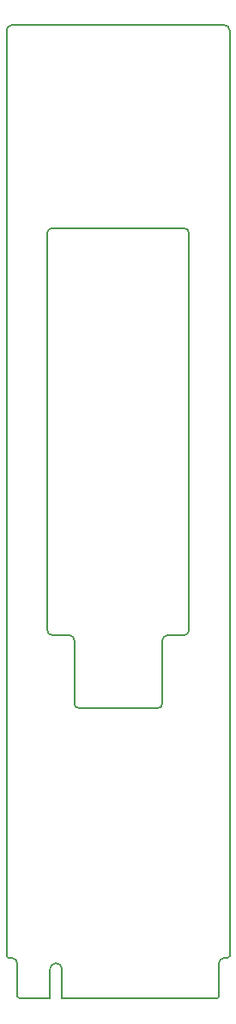
<source format=gm1>
G04*
G04 #@! TF.GenerationSoftware,Altium Limited,Altium Designer,24.5.2 (23)*
G04*
G04 Layer_Color=16711935*
%FSLAX44Y44*%
%MOMM*%
G71*
G04*
G04 #@! TF.SameCoordinates,B7296A9B-97E8-4630-929D-2966843682D6*
G04*
G04*
G04 #@! TF.FilePolarity,Positive*
G04*
G01*
G75*
%ADD11C,0.2000*%
D11*
X148751Y286254D02*
G03*
X153750Y291253I0J4999D01*
G01*
X66751Y291252D02*
G03*
X71750Y286254I4999J0D01*
G01*
X66749Y353501D02*
G03*
X61750Y358500I-4999J0D01*
G01*
X158749Y358499D02*
G03*
X153750Y353500I0J-4999D01*
G01*
X175001Y358501D02*
G03*
X180000Y363500I0J4999D01*
G01*
X40000D02*
G03*
X44999Y358501I4999J0D01*
G01*
Y759998D02*
G03*
X40000Y755000I0J-4999D01*
G01*
X180000D02*
G03*
X175001Y759998I-4999J0D01*
G01*
X4999Y960249D02*
G03*
X0Y955250I0J-4999D01*
G01*
X220000D02*
G03*
X215001Y960249I-4999J0D01*
G01*
X54750Y28999D02*
G03*
X48750Y35001I-6001J1D01*
G01*
D02*
G03*
X42751Y28999I1J-6001D01*
G01*
X10500Y1999D02*
G03*
X12499Y0I1999J0D01*
G01*
X10500Y35001D02*
G03*
X5499Y40000I-5000J-1D01*
G01*
X218001D02*
G03*
X220000Y41999I0J1999D01*
G01*
X214501Y40000D02*
G03*
X209499Y35001I-1J-5000D01*
G01*
X207500Y0D02*
G03*
X209499Y1999I0J1999D01*
G01*
X0Y41999D02*
G03*
X1999Y40000I1999J0D01*
G01*
X4999Y960249D02*
X215001D01*
X40000Y755000D02*
X40000Y363500D01*
X44999Y759998D02*
X175000D01*
X179999Y755000D02*
X180000Y363500D01*
X174999Y358499D02*
X175001Y358501D01*
X158749Y358499D02*
X174999D01*
X153750Y353500D02*
X153750Y353500D01*
X153750Y291253D02*
Y353500D01*
X148750Y286254D02*
X148751Y286254D01*
X71750Y286254D02*
X148750D01*
X66749Y291254D02*
X66751Y291252D01*
X66749Y291254D02*
Y353501D01*
X61749Y358501D02*
X61750Y358500D01*
X44999Y358501D02*
X61749D01*
X10500Y1999D02*
Y35001D01*
X1999Y40000D02*
X5499D01*
X219999Y955250D02*
X220000Y41999D01*
X214501Y40000D02*
X218001D01*
X209499Y1999D02*
Y35001D01*
X54750Y-0D02*
X207500Y0D01*
X54750D02*
Y28999D01*
X12499Y0D02*
X42751D01*
Y28999D01*
X-0Y955250D02*
X0Y41999D01*
M02*

</source>
